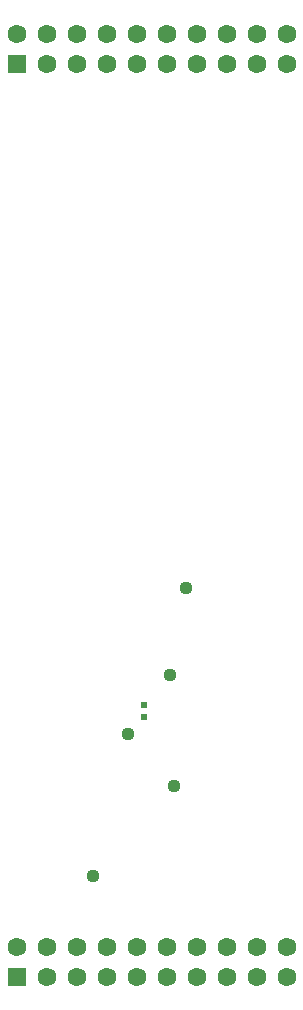
<source format=gbr>
%TF.GenerationSoftware,Altium Limited,Altium Designer,23.4.1 (23)*%
G04 Layer_Color=16711935*
%FSLAX45Y45*%
%MOMM*%
%TF.SameCoordinates,B91EE142-B30E-402A-A340-A1283DCE037E*%
%TF.FilePolarity,Negative*%
%TF.FileFunction,Soldermask,Bot*%
%TF.Part,Single*%
G01*
G75*
%TA.AperFunction,ComponentPad*%
%ADD28C,1.59320*%
%ADD29R,1.59320X1.59320*%
%ADD30C,0.60320*%
%TA.AperFunction,TestPad*%
%ADD31C,1.12700*%
D28*
X2794000Y8492000D02*
D03*
Y8238000D02*
D03*
X2540000Y8492000D02*
D03*
Y8238000D02*
D03*
X2286000Y8492000D02*
D03*
Y8238000D02*
D03*
X2032000Y8492000D02*
D03*
Y8238000D02*
D03*
X1778000Y8492000D02*
D03*
Y8238000D02*
D03*
X1524000Y8492000D02*
D03*
Y8238000D02*
D03*
X1270000Y8492000D02*
D03*
Y8238000D02*
D03*
X1016000Y8492000D02*
D03*
Y8238000D02*
D03*
X762000Y8492000D02*
D03*
Y8238000D02*
D03*
X508000Y8492000D02*
D03*
X2794000Y762000D02*
D03*
Y508000D02*
D03*
X2540000Y762000D02*
D03*
Y508000D02*
D03*
X2286000Y762000D02*
D03*
Y508000D02*
D03*
X2032000Y762000D02*
D03*
Y508000D02*
D03*
X1778000Y762000D02*
D03*
Y508000D02*
D03*
X1524000Y762000D02*
D03*
Y508000D02*
D03*
X1270000Y762000D02*
D03*
Y508000D02*
D03*
X1016000Y762000D02*
D03*
Y508000D02*
D03*
X762000Y762000D02*
D03*
Y508000D02*
D03*
X508000Y762000D02*
D03*
D29*
Y8238000D02*
D03*
Y508000D02*
D03*
D30*
X1587500Y2705900D02*
D03*
Y2805900D02*
D03*
D31*
X1841500Y2120900D02*
D03*
X1803400Y3060700D02*
D03*
X1943100Y3797300D02*
D03*
X1447800Y2565400D02*
D03*
X1155700Y1358900D02*
D03*
%TF.MD5,8ff9f67163c870196ceca7fe8d3e5544*%
M02*

</source>
